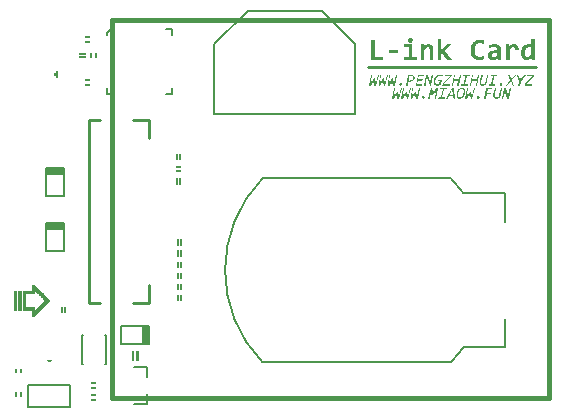
<source format=gto>
G04*
G04 #@! TF.GenerationSoftware,Altium Limited,Altium Designer,20.0.13 (296)*
G04*
G04 Layer_Color=65535*
%FSLAX25Y25*%
%MOIN*%
G70*
G01*
G75*
%ADD10C,0.00800*%
%ADD11C,0.00600*%
%ADD12C,0.00700*%
%ADD13C,0.00060*%
%ADD14C,0.00100*%
%ADD15C,0.01000*%
%ADD16C,0.01500*%
%ADD17C,0.00787*%
%ADD18C,0.00500*%
G36*
X2950Y5150D02*
Y6450D01*
X3300D01*
Y5150D01*
X2950D01*
D02*
G37*
G36*
X4850Y6450D02*
Y5150D01*
X4500Y5150D01*
Y6450D01*
X4850Y6450D01*
D02*
G37*
G36*
X29750Y3750D02*
X28450D01*
X28450Y4100D01*
X29750D01*
X29750Y3750D01*
D02*
G37*
G36*
X28450Y5650D02*
X29750D01*
Y5300D01*
X28450D01*
Y5650D01*
D02*
G37*
G36*
X29750Y7750D02*
X28450D01*
X28450Y8100D01*
X29750D01*
X29750Y7750D01*
D02*
G37*
G36*
X3050Y12950D02*
Y14250D01*
X3400D01*
Y12950D01*
X3050D01*
D02*
G37*
G36*
X4950Y14250D02*
Y12950D01*
X4600Y12950D01*
Y14250D01*
X4950Y14250D01*
D02*
G37*
G36*
X18350Y34800D02*
X18700D01*
Y33000D01*
X18350D01*
Y34800D01*
D02*
G37*
G36*
X28450Y9650D02*
X29750D01*
Y9300D01*
X28450D01*
Y9650D01*
D02*
G37*
G36*
X19650Y33000D02*
X19300D01*
Y34800D01*
X19650D01*
Y33000D01*
D02*
G37*
G36*
X58200Y48140D02*
X57850D01*
Y49940D01*
X58200D01*
Y48140D01*
D02*
G37*
G36*
X57250D02*
X56900D01*
Y49940D01*
X57250D01*
Y48140D01*
D02*
G37*
G36*
X58200Y44460D02*
X57850D01*
Y46260D01*
X58200D01*
Y44460D01*
D02*
G37*
G36*
X57250D02*
X56900D01*
Y46260D01*
X57250D01*
Y44460D01*
D02*
G37*
G36*
X58200Y40780D02*
X57850D01*
Y42580D01*
X58200D01*
Y40780D01*
D02*
G37*
G36*
X57250D02*
X56900D01*
Y42580D01*
X57250D01*
Y40780D01*
D02*
G37*
G36*
X58200Y37100D02*
X57850D01*
Y38900D01*
X58200D01*
Y37100D01*
D02*
G37*
G36*
X57250D02*
X56900D01*
Y38900D01*
X57250D01*
Y37100D01*
D02*
G37*
G36*
X47800Y22300D02*
X45800D01*
Y28500D01*
X47800D01*
Y22300D01*
D02*
G37*
G36*
X43850Y17100D02*
X43350D01*
Y20100D01*
X43850D01*
Y17100D01*
D02*
G37*
G36*
X42450D02*
X41950D01*
X41950Y20100D01*
X42450D01*
Y17100D01*
D02*
G37*
G36*
X27750Y124800D02*
X26450D01*
X26450Y125150D01*
X27750D01*
X27750Y124800D01*
D02*
G37*
G36*
X27750Y123250D02*
X26450D01*
Y123600D01*
X27750D01*
Y123250D01*
D02*
G37*
G36*
X26200Y119100D02*
X24400D01*
Y119450D01*
X26200D01*
Y119100D01*
D02*
G37*
G36*
X29850Y118150D02*
X29500Y118150D01*
Y119450D01*
X29850Y119450D01*
Y118150D01*
D02*
G37*
G36*
X28300D02*
X27950D01*
Y119450D01*
X28300D01*
Y118150D01*
D02*
G37*
G36*
X26200D02*
X24400D01*
Y118500D01*
X26200D01*
Y118150D01*
D02*
G37*
G36*
X17050Y111350D02*
X16650D01*
Y112150D01*
X15950D01*
Y112650D01*
X16650D01*
Y113450D01*
X17050D01*
Y111350D01*
D02*
G37*
G36*
X27750Y110400D02*
X26450D01*
X26450Y110750D01*
X27750D01*
X27750Y110400D01*
D02*
G37*
G36*
X27750Y108850D02*
X26450D01*
Y109200D01*
X27750D01*
Y108850D01*
D02*
G37*
G36*
X57950Y84100D02*
X57600D01*
Y85900D01*
X57950D01*
Y84100D01*
D02*
G37*
G36*
X57000D02*
X56650D01*
Y85900D01*
X57000D01*
Y84100D01*
D02*
G37*
G36*
X57950Y81500D02*
X56650D01*
Y81850D01*
X57950D01*
Y81500D01*
D02*
G37*
G36*
Y79950D02*
X56650D01*
X56650Y80300D01*
X57950D01*
X57950Y79950D01*
D02*
G37*
G36*
X19400Y79200D02*
X13200D01*
Y81200D01*
X19400D01*
Y79200D01*
D02*
G37*
G36*
X57950Y75900D02*
X57600D01*
Y77700D01*
X57950D01*
Y75900D01*
D02*
G37*
G36*
X57000D02*
X56650D01*
Y77700D01*
X57000D01*
Y75900D01*
D02*
G37*
G36*
X19400Y60700D02*
X13200D01*
Y62700D01*
X19400D01*
Y60700D01*
D02*
G37*
G36*
X58200Y55500D02*
X57850D01*
Y57300D01*
X58200D01*
Y55500D01*
D02*
G37*
G36*
X57250D02*
X56900D01*
Y57300D01*
X57250D01*
Y55500D01*
D02*
G37*
G36*
X58200Y51820D02*
X57850D01*
Y53620D01*
X58200D01*
Y51820D01*
D02*
G37*
G36*
X57250D02*
X56900D01*
Y53620D01*
X57250D01*
Y51820D01*
D02*
G37*
G36*
X144786Y112185D02*
X144855Y112180D01*
X144930Y112174D01*
X145095Y112148D01*
X145106D01*
X145133Y112143D01*
X145175Y112132D01*
X145229Y112116D01*
X145292Y112095D01*
X145362Y112073D01*
X145500Y112015D01*
X145404Y111535D01*
X145399D01*
X145388Y111546D01*
X145372Y111551D01*
X145346Y111567D01*
X145292Y111594D01*
X145223Y111626D01*
X145218D01*
X145207Y111631D01*
X145191Y111642D01*
X145170Y111652D01*
X145111Y111673D01*
X145042Y111695D01*
X145037D01*
X145026Y111700D01*
X145005Y111706D01*
X144983Y111711D01*
X144914Y111727D01*
X144839Y111743D01*
X144834D01*
X144823Y111748D01*
X144802D01*
X144775Y111753D01*
X144738D01*
X144701Y111759D01*
X144568D01*
X144514Y111753D01*
X144450Y111748D01*
X144370Y111738D01*
X144285Y111722D01*
X144200Y111700D01*
X144114Y111673D01*
X144104Y111668D01*
X144077Y111658D01*
X144035Y111636D01*
X143987Y111615D01*
X143923Y111578D01*
X143859Y111540D01*
X143789Y111492D01*
X143725Y111439D01*
X143720Y111434D01*
X143699Y111412D01*
X143667Y111386D01*
X143624Y111343D01*
X143576Y111295D01*
X143528Y111237D01*
X143475Y111172D01*
X143427Y111103D01*
X143422Y111093D01*
X143406Y111071D01*
X143384Y111034D01*
X143358Y110986D01*
X143326Y110922D01*
X143288Y110858D01*
X143256Y110783D01*
X143224Y110704D01*
X143219Y110693D01*
X143214Y110666D01*
X143198Y110624D01*
X143182Y110570D01*
X143160Y110506D01*
X143139Y110432D01*
X143123Y110352D01*
X143107Y110272D01*
Y110261D01*
X143102Y110234D01*
X143096Y110192D01*
X143091Y110138D01*
X143080Y110074D01*
X143075Y110000D01*
X143070Y109851D01*
Y109840D01*
Y109813D01*
X143075Y109776D01*
Y109728D01*
X143080Y109669D01*
X143091Y109606D01*
X143118Y109478D01*
X143123Y109472D01*
X143128Y109451D01*
X143139Y109419D01*
X143160Y109382D01*
X143208Y109296D01*
X143278Y109206D01*
X143283Y109200D01*
X143299Y109190D01*
X143320Y109168D01*
X143352Y109147D01*
X143395Y109121D01*
X143443Y109094D01*
X143496Y109067D01*
X143555Y109040D01*
X143560D01*
X143587Y109030D01*
X143619Y109025D01*
X143672Y109014D01*
X143731Y109003D01*
X143800Y108993D01*
X143875Y108987D01*
X143960Y108982D01*
X144035D01*
X144077Y108987D01*
X144088D01*
X144120Y108993D01*
X144157D01*
X144205Y108998D01*
X144216D01*
X144248Y109003D01*
X144290Y109014D01*
X144333Y109019D01*
X144338D01*
X144344Y109025D01*
X144370Y109030D01*
X144408Y109040D01*
X144445Y109051D01*
X144669Y110176D01*
X143955D01*
X144029Y110575D01*
X145229D01*
X144866Y108769D01*
X144855Y108763D01*
X144823Y108753D01*
X144775Y108731D01*
X144711Y108710D01*
X144637Y108683D01*
X144552Y108657D01*
X144456Y108630D01*
X144360Y108609D01*
X144349D01*
X144317Y108598D01*
X144264Y108593D01*
X144200Y108582D01*
X144125Y108572D01*
X144040Y108566D01*
X143864Y108555D01*
X143811D01*
X143757Y108561D01*
X143683Y108566D01*
X143597Y108572D01*
X143507Y108588D01*
X143411Y108603D01*
X143315Y108630D01*
X143304Y108635D01*
X143278Y108646D01*
X143230Y108662D01*
X143176Y108689D01*
X143112Y108721D01*
X143043Y108763D01*
X142974Y108811D01*
X142910Y108865D01*
X142905Y108870D01*
X142883Y108891D01*
X142851Y108929D01*
X142814Y108976D01*
X142777Y109035D01*
X142734Y109099D01*
X142691Y109179D01*
X142654Y109264D01*
Y109270D01*
X142649Y109275D01*
X142643Y109307D01*
X142627Y109355D01*
X142611Y109424D01*
X142595Y109504D01*
X142585Y109600D01*
X142574Y109707D01*
X142569Y109824D01*
Y109829D01*
Y109835D01*
Y109851D01*
Y109872D01*
X142574Y109931D01*
Y110000D01*
X142579Y110085D01*
X142590Y110187D01*
X142606Y110288D01*
X142622Y110394D01*
Y110400D01*
X142627Y110405D01*
Y110421D01*
X142633Y110442D01*
X142649Y110501D01*
X142665Y110570D01*
X142691Y110655D01*
X142723Y110746D01*
X142755Y110847D01*
X142798Y110943D01*
Y110949D01*
X142803Y110954D01*
X142819Y110986D01*
X142846Y111039D01*
X142883Y111103D01*
X142926Y111178D01*
X142974Y111258D01*
X143027Y111343D01*
X143091Y111428D01*
Y111434D01*
X143102Y111439D01*
X143123Y111466D01*
X143160Y111508D01*
X143208Y111562D01*
X143267Y111626D01*
X143336Y111689D01*
X143411Y111759D01*
X143496Y111823D01*
X143501D01*
X143507Y111828D01*
X143539Y111849D01*
X143581Y111881D01*
X143646Y111919D01*
X143725Y111961D01*
X143811Y112009D01*
X143907Y112052D01*
X144013Y112089D01*
X144019D01*
X144024Y112095D01*
X144040Y112100D01*
X144061Y112105D01*
X144093Y112111D01*
X144120Y112121D01*
X144200Y112143D01*
X144296Y112159D01*
X144402Y112174D01*
X144520Y112185D01*
X144642Y112190D01*
X144727D01*
X144786Y112185D01*
D02*
G37*
G36*
X168654Y110416D02*
X169464Y108604D01*
X168872D01*
X168281Y109963D01*
X167151Y108604D01*
X166533D01*
X168073Y110437D01*
X167337Y112143D01*
X167886D01*
X168446Y110879D01*
X169507Y112143D01*
X170088D01*
X168654Y110416D01*
D02*
G37*
G36*
X157034Y108604D02*
X156555D01*
X156880Y110229D01*
X155393D01*
X155068Y108604D01*
X154588D01*
X155297Y112143D01*
X155777D01*
X155478Y110645D01*
X156960D01*
X157264Y112143D01*
X157743D01*
X157034Y108604D01*
D02*
G37*
G36*
X150937D02*
X150457D01*
X150782Y110229D01*
X149295Y110229D01*
X148970Y108603D01*
X148490D01*
X149199Y112143D01*
X149679D01*
X149381Y110645D01*
X150862Y110645D01*
X151166Y112143D01*
X151646D01*
X150937Y108604D01*
D02*
G37*
G36*
X171553Y109867D02*
X171298Y108604D01*
X170812D01*
X171068Y109877D01*
X170242Y112143D01*
X170802D01*
X171244Y110847D01*
X171399Y110325D01*
X171729Y110799D01*
X172710Y112143D01*
X173291D01*
X171553Y109867D01*
D02*
G37*
G36*
X141759Y108603D02*
X141156D01*
X140570Y110810D01*
X140405Y111519D01*
X140053Y109733D01*
X139824Y108603D01*
X139376D01*
X140090Y112143D01*
X140687D01*
X141247Y110048D01*
X141439Y109238D01*
X141812Y111135D01*
X142020Y112143D01*
X142467D01*
X141759Y108603D01*
D02*
G37*
G36*
X129537D02*
X128919D01*
X128732Y109861D01*
X128695Y110266D01*
X128476Y109829D01*
X127831Y108603D01*
X127218D01*
X127682Y112143D01*
X128130D01*
X127789Y109739D01*
X127693Y109072D01*
X127975Y109632D01*
X128663Y110949D01*
X128999D01*
X129207Y109536D01*
X129281Y109072D01*
X129393Y109557D01*
X130043Y112143D01*
X130486D01*
X129537Y108603D01*
D02*
G37*
G36*
X126488D02*
X125870D01*
X125683Y109861D01*
X125646Y110266D01*
X125427Y109829D01*
X124783Y108603D01*
X124170D01*
X124633Y112143D01*
X125081D01*
X124740Y109739D01*
X124644Y109072D01*
X124926Y109632D01*
X125614Y110949D01*
X125950D01*
X126158Y109536D01*
X126232Y109072D01*
X126344Y109557D01*
X126995Y112143D01*
X127437D01*
X126488Y108603D01*
D02*
G37*
G36*
X123439D02*
X122821D01*
X122635Y109861D01*
X122597Y110266D01*
X122379Y109829D01*
X121734Y108603D01*
X121121D01*
X121585Y112143D01*
X122032D01*
X121691Y109739D01*
X121595Y109072D01*
X121878Y109632D01*
X122565Y110949D01*
X122901D01*
X123109Y109536D01*
X123184Y109072D01*
X123295Y109557D01*
X123946Y112143D01*
X124388D01*
X123439Y108603D01*
D02*
G37*
G36*
X160339Y109835D02*
Y109829D01*
Y109824D01*
X160334Y109808D01*
X160328Y109787D01*
X160312Y109728D01*
X160296Y109659D01*
X160270Y109573D01*
X160238Y109488D01*
X160200Y109392D01*
X160158Y109302D01*
X160152Y109291D01*
X160136Y109264D01*
X160110Y109216D01*
X160073Y109163D01*
X160030Y109099D01*
X159977Y109035D01*
X159918Y108966D01*
X159849Y108902D01*
X159838Y108897D01*
X159817Y108875D01*
X159779Y108843D01*
X159726Y108806D01*
X159662Y108769D01*
X159588Y108726D01*
X159508Y108683D01*
X159417Y108646D01*
X159406Y108641D01*
X159374Y108630D01*
X159326Y108619D01*
X159257Y108604D01*
X159177Y108582D01*
X159087Y108572D01*
X158985Y108561D01*
X158873Y108555D01*
X158820D01*
X158756Y108561D01*
X158681Y108566D01*
X158596Y108577D01*
X158500Y108593D01*
X158410Y108614D01*
X158324Y108641D01*
X158314Y108646D01*
X158287Y108657D01*
X158250Y108678D01*
X158202Y108705D01*
X158143Y108737D01*
X158090Y108779D01*
X158031Y108827D01*
X157983Y108881D01*
X157978Y108886D01*
X157967Y108907D01*
X157946Y108945D01*
X157919Y108987D01*
X157898Y109046D01*
X157871Y109110D01*
X157855Y109184D01*
X157839Y109264D01*
Y109275D01*
X157834Y109302D01*
Y109350D01*
Y109408D01*
Y109483D01*
X157839Y109568D01*
X157850Y109659D01*
X157866Y109760D01*
X158346Y112143D01*
X158825D01*
X158351Y109797D01*
Y109787D01*
X158346Y109760D01*
X158340Y109723D01*
X158330Y109675D01*
X158324Y109616D01*
X158319Y109552D01*
X158314Y109430D01*
Y109424D01*
Y109403D01*
X158319Y109376D01*
X158324Y109339D01*
X158346Y109254D01*
X158362Y109211D01*
X158383Y109168D01*
X158388Y109163D01*
X158394Y109152D01*
X158410Y109131D01*
X158436Y109110D01*
X158463Y109089D01*
X158495Y109062D01*
X158537Y109035D01*
X158580Y109014D01*
X158585D01*
X158607Y109003D01*
X158633Y108998D01*
X158671Y108987D01*
X158719Y108977D01*
X158777Y108971D01*
X158841Y108961D01*
X158953D01*
X158980Y108966D01*
X159012D01*
X159049Y108971D01*
X159140Y108987D01*
X159241Y109014D01*
X159342Y109051D01*
X159444Y109105D01*
X159539Y109179D01*
X159545Y109184D01*
X159550Y109190D01*
X159577Y109222D01*
X159619Y109270D01*
X159667Y109339D01*
X159721Y109430D01*
X159769Y109536D01*
X159817Y109659D01*
X159849Y109803D01*
X160323Y112143D01*
X160803D01*
X160339Y109835D01*
D02*
G37*
G36*
X175924Y111764D02*
X173589Y109051D01*
X175418D01*
X175327Y108604D01*
X172880D01*
X172950Y108961D01*
X175306Y111706D01*
X173552D01*
X173637Y112143D01*
X176004D01*
X175924Y111764D01*
D02*
G37*
G36*
X163596Y111738D02*
X162780D01*
X162236Y109014D01*
X163057D01*
X162972Y108604D01*
X160856D01*
X160936Y109014D01*
X161751D01*
X162295Y111738D01*
X161480D01*
X161560Y112143D01*
X163681D01*
X163596Y111738D01*
D02*
G37*
G36*
X154449D02*
X153634D01*
X153090Y109014D01*
X153911D01*
X153826Y108604D01*
X151710D01*
X151790Y109014D01*
X152605D01*
X153149Y111738D01*
X152333D01*
X152413Y112143D01*
X154535D01*
X154449Y111738D01*
D02*
G37*
G36*
X148485Y111764D02*
X146151Y109051D01*
X147979D01*
X147888Y108603D01*
X145442D01*
X145511Y108961D01*
X147867Y111706D01*
X146113D01*
X146198Y112143D01*
X148565D01*
X148485Y111764D01*
D02*
G37*
G36*
X139179Y111738D02*
X137649D01*
X137431Y110640D01*
X138896D01*
X138816Y110234D01*
X137345D01*
X137106Y109014D01*
X138635D01*
X138550Y108603D01*
X136541D01*
X137250Y112143D01*
X139264D01*
X139179Y111738D01*
D02*
G37*
G36*
X135197Y112137D02*
X135267Y112132D01*
X135341Y112121D01*
X135501Y112089D01*
X135512D01*
X135538Y112079D01*
X135576Y112068D01*
X135629Y112052D01*
X135682Y112031D01*
X135746Y112004D01*
X135810Y111972D01*
X135869Y111935D01*
X135874Y111929D01*
X135896Y111913D01*
X135922Y111892D01*
X135960Y111860D01*
X136002Y111823D01*
X136045Y111775D01*
X136082Y111722D01*
X136119Y111663D01*
X136125Y111658D01*
X136135Y111636D01*
X136146Y111599D01*
X136168Y111551D01*
X136183Y111492D01*
X136194Y111428D01*
X136205Y111354D01*
X136210Y111268D01*
Y111263D01*
Y111242D01*
Y111205D01*
X136205Y111162D01*
X136199Y111109D01*
X136189Y111055D01*
X136162Y110927D01*
Y110922D01*
X136152Y110901D01*
X136141Y110869D01*
X136125Y110826D01*
X136109Y110778D01*
X136082Y110725D01*
X136024Y110608D01*
X136018Y110602D01*
X136008Y110581D01*
X135986Y110549D01*
X135960Y110512D01*
X135928Y110469D01*
X135890Y110421D01*
X135842Y110368D01*
X135794Y110314D01*
X135789Y110309D01*
X135768Y110293D01*
X135741Y110266D01*
X135704Y110234D01*
X135656Y110197D01*
X135602Y110160D01*
X135538Y110117D01*
X135475Y110080D01*
X135464Y110074D01*
X135443Y110064D01*
X135405Y110048D01*
X135357Y110027D01*
X135293Y110000D01*
X135224Y109973D01*
X135149Y109947D01*
X135064Y109925D01*
X135054D01*
X135027Y109915D01*
X134979Y109909D01*
X134920Y109899D01*
X134846Y109888D01*
X134766Y109883D01*
X134670Y109872D01*
X134110D01*
X133854Y108603D01*
X133375D01*
X134083Y112143D01*
X135139D01*
X135197Y112137D01*
D02*
G37*
G36*
X165088Y109451D02*
X165147Y109440D01*
X165205Y109419D01*
X165211D01*
X165221Y109414D01*
X165253Y109392D01*
X165296Y109360D01*
X165344Y109323D01*
X165349D01*
X165355Y109312D01*
X165376Y109286D01*
X165408Y109238D01*
X165435Y109184D01*
Y109179D01*
X165440Y109168D01*
X165445Y109152D01*
X165451Y109136D01*
X165461Y109083D01*
X165466Y109019D01*
Y109014D01*
Y109003D01*
Y108982D01*
X165461Y108961D01*
X165451Y108902D01*
X165424Y108838D01*
Y108833D01*
X165419Y108822D01*
X165408Y108806D01*
X165397Y108790D01*
X165365Y108737D01*
X165323Y108689D01*
X165317D01*
X165312Y108678D01*
X165280Y108651D01*
X165232Y108619D01*
X165173Y108593D01*
X165168D01*
X165157Y108588D01*
X165141Y108582D01*
X165120Y108577D01*
X165061Y108561D01*
X164997Y108555D01*
X164965D01*
X164939Y108561D01*
X164885Y108572D01*
X164822Y108593D01*
X164816D01*
X164811Y108598D01*
X164779Y108614D01*
X164736Y108646D01*
X164688Y108683D01*
Y108689D01*
X164678Y108694D01*
X164656Y108721D01*
X164624Y108763D01*
X164598Y108817D01*
Y108822D01*
X164592Y108833D01*
X164587Y108849D01*
X164582Y108870D01*
X164571Y108918D01*
X164566Y108982D01*
Y108987D01*
Y108998D01*
Y109019D01*
X164571Y109046D01*
X164582Y109105D01*
X164603Y109168D01*
Y109174D01*
X164608Y109184D01*
X164619Y109200D01*
X164630Y109222D01*
X164662Y109270D01*
X164704Y109318D01*
X164710Y109323D01*
X164715Y109328D01*
X164747Y109355D01*
X164795Y109387D01*
X164854Y109419D01*
X164859D01*
X164869Y109424D01*
X164885Y109430D01*
X164907Y109440D01*
X164965Y109451D01*
X165029Y109456D01*
X165067D01*
X165088Y109451D01*
D02*
G37*
G36*
X131552Y109451D02*
X131610Y109440D01*
X131669Y109419D01*
X131674D01*
X131685Y109414D01*
X131717Y109392D01*
X131760Y109360D01*
X131807Y109323D01*
X131813D01*
X131818Y109312D01*
X131840Y109286D01*
X131871Y109238D01*
X131898Y109184D01*
Y109179D01*
X131904Y109168D01*
X131909Y109152D01*
X131914Y109136D01*
X131925Y109083D01*
X131930Y109019D01*
Y109014D01*
Y109003D01*
Y108982D01*
X131925Y108961D01*
X131914Y108902D01*
X131887Y108838D01*
Y108833D01*
X131882Y108822D01*
X131871Y108806D01*
X131861Y108790D01*
X131829Y108737D01*
X131786Y108689D01*
X131781D01*
X131775Y108678D01*
X131744Y108651D01*
X131696Y108619D01*
X131637Y108593D01*
X131632D01*
X131621Y108588D01*
X131605Y108582D01*
X131584Y108577D01*
X131525Y108561D01*
X131461Y108555D01*
X131429D01*
X131402Y108561D01*
X131349Y108572D01*
X131285Y108593D01*
X131280D01*
X131274Y108598D01*
X131243Y108614D01*
X131200Y108646D01*
X131152Y108683D01*
Y108689D01*
X131141Y108694D01*
X131120Y108721D01*
X131088Y108763D01*
X131061Y108817D01*
Y108822D01*
X131056Y108833D01*
X131051Y108849D01*
X131045Y108870D01*
X131035Y108918D01*
X131029Y108982D01*
Y108987D01*
Y108998D01*
Y109019D01*
X131035Y109046D01*
X131045Y109105D01*
X131067Y109168D01*
Y109174D01*
X131072Y109184D01*
X131083Y109200D01*
X131093Y109222D01*
X131125Y109270D01*
X131168Y109318D01*
X131173Y109323D01*
X131179Y109328D01*
X131211Y109355D01*
X131258Y109387D01*
X131317Y109419D01*
X131323D01*
X131333Y109424D01*
X131349Y109430D01*
X131370Y109440D01*
X131429Y109451D01*
X131493Y109456D01*
X131530D01*
X131552Y109451D01*
D02*
G37*
G36*
X143485Y104261D02*
X143011D01*
X143384Y106462D01*
X143523Y107309D01*
X143256Y106819D01*
X142457Y105412D01*
X142121D01*
X141892Y106766D01*
X141839Y107309D01*
X141647Y106430D01*
X141156Y104261D01*
X140703D01*
X141583Y107800D01*
X142132D01*
X142340Y106462D01*
X142398Y106009D01*
X142643Y106462D01*
X143411Y107800D01*
X144024D01*
X143485Y104261D01*
D02*
G37*
G36*
X167673Y104261D02*
X167071D01*
X166484Y106467D01*
X166319Y107176D01*
X165968Y105391D01*
X165738Y104261D01*
X165291D01*
X166005Y107800D01*
X166602D01*
X167161Y105705D01*
X167353Y104895D01*
X167726Y106792D01*
X167934Y107800D01*
X168382D01*
X167673Y104261D01*
D02*
G37*
G36*
X155451D02*
X154833D01*
X154647Y105518D01*
X154609Y105923D01*
X154391Y105487D01*
X153746Y104261D01*
X153133D01*
X153597Y107800D01*
X154044D01*
X153703Y105396D01*
X153607Y104730D01*
X153890Y105289D01*
X154577Y106606D01*
X154913D01*
X155121Y105193D01*
X155196Y104730D01*
X155307Y105215D01*
X155958Y107800D01*
X156400D01*
X155451Y104261D01*
D02*
G37*
G36*
X137159Y104261D02*
X136541D01*
X136354Y105518D01*
X136317Y105923D01*
X136098Y105487D01*
X135453Y104261D01*
X134840D01*
X135304Y107800D01*
X135752D01*
X135411Y105396D01*
X135315Y104730D01*
X135597Y105289D01*
X136285Y106606D01*
X136620D01*
X136828Y105193D01*
X136903Y104730D01*
X137015Y105215D01*
X137665Y107800D01*
X138108D01*
X137159Y104261D01*
D02*
G37*
G36*
X134110D02*
X133492D01*
X133305Y105518D01*
X133268Y105923D01*
X133049Y105487D01*
X132404Y104261D01*
X131791D01*
X132255Y107800D01*
X132703D01*
X132362Y105396D01*
X132266Y104730D01*
X132548Y105289D01*
X133236Y106606D01*
X133572D01*
X133780Y105193D01*
X133854Y104730D01*
X133966Y105215D01*
X134616Y107800D01*
X135059D01*
X134110Y104261D01*
D02*
G37*
G36*
X131061D02*
X130443D01*
X130256Y105518D01*
X130219Y105923D01*
X130001Y105487D01*
X129356Y104261D01*
X128743D01*
X129207Y107800D01*
X129654D01*
X129313Y105396D01*
X129217Y104730D01*
X129500Y105289D01*
X130187Y106606D01*
X130523D01*
X130731Y105193D01*
X130806Y104730D01*
X130917Y105215D01*
X131568Y107800D01*
X132010D01*
X131061Y104261D01*
D02*
G37*
G36*
X164912Y105492D02*
Y105487D01*
Y105481D01*
X164907Y105465D01*
X164901Y105444D01*
X164885Y105385D01*
X164869Y105316D01*
X164843Y105231D01*
X164811Y105145D01*
X164774Y105049D01*
X164731Y104959D01*
X164726Y104948D01*
X164710Y104921D01*
X164683Y104874D01*
X164646Y104820D01*
X164603Y104756D01*
X164550Y104692D01*
X164491Y104623D01*
X164422Y104559D01*
X164411Y104554D01*
X164390Y104532D01*
X164353Y104500D01*
X164299Y104463D01*
X164235Y104426D01*
X164161Y104383D01*
X164081Y104341D01*
X163990Y104303D01*
X163979Y104298D01*
X163947Y104287D01*
X163900Y104277D01*
X163830Y104261D01*
X163750Y104239D01*
X163660Y104229D01*
X163558Y104218D01*
X163446Y104213D01*
X163393D01*
X163329Y104218D01*
X163254Y104223D01*
X163169Y104234D01*
X163073Y104250D01*
X162983Y104271D01*
X162897Y104298D01*
X162887Y104303D01*
X162860Y104314D01*
X162823Y104335D01*
X162775Y104362D01*
X162716Y104394D01*
X162663Y104437D01*
X162604Y104484D01*
X162556Y104538D01*
X162551Y104543D01*
X162540Y104564D01*
X162519Y104602D01*
X162492Y104644D01*
X162471Y104703D01*
X162444Y104767D01*
X162428Y104842D01*
X162412Y104921D01*
Y104932D01*
X162407Y104959D01*
Y105007D01*
Y105065D01*
Y105140D01*
X162412Y105225D01*
X162423Y105316D01*
X162439Y105417D01*
X162919Y107800D01*
X163398D01*
X162924Y105455D01*
Y105444D01*
X162919Y105417D01*
X162913Y105380D01*
X162903Y105332D01*
X162897Y105273D01*
X162892Y105209D01*
X162887Y105087D01*
Y105081D01*
Y105060D01*
X162892Y105033D01*
X162897Y104996D01*
X162919Y104911D01*
X162935Y104868D01*
X162956Y104826D01*
X162961Y104820D01*
X162967Y104810D01*
X162983Y104788D01*
X163009Y104767D01*
X163036Y104746D01*
X163068Y104719D01*
X163111Y104692D01*
X163153Y104671D01*
X163159D01*
X163180Y104660D01*
X163207Y104655D01*
X163244Y104644D01*
X163292Y104634D01*
X163350Y104628D01*
X163414Y104618D01*
X163526D01*
X163553Y104623D01*
X163585D01*
X163622Y104628D01*
X163713Y104644D01*
X163814Y104671D01*
X163915Y104708D01*
X164017Y104762D01*
X164113Y104836D01*
X164118Y104842D01*
X164123Y104847D01*
X164150Y104879D01*
X164193Y104927D01*
X164241Y104996D01*
X164294Y105087D01*
X164342Y105193D01*
X164390Y105316D01*
X164422Y105460D01*
X164896Y107800D01*
X165376D01*
X164912Y105492D01*
D02*
G37*
G36*
X162039Y107389D02*
X160531D01*
X160302Y106243D01*
X161730D01*
X161650Y105838D01*
X160222D01*
X159907Y104261D01*
X159417D01*
X160126Y107800D01*
X162125D01*
X162039Y107389D01*
D02*
G37*
G36*
X149690Y104261D02*
X149178D01*
X149087Y105033D01*
X147611D01*
X147206Y104261D01*
X146694D01*
X148576Y107800D01*
X149237D01*
X149690Y104261D01*
D02*
G37*
G36*
X146827Y107395D02*
X146012D01*
X145468Y104671D01*
X146289D01*
X146204Y104261D01*
X144088D01*
X144168Y104671D01*
X144983D01*
X145527Y107395D01*
X144711D01*
X144791Y107800D01*
X146913D01*
X146827Y107395D01*
D02*
G37*
G36*
X157466Y105108D02*
X157525Y105097D01*
X157583Y105076D01*
X157589D01*
X157599Y105071D01*
X157631Y105049D01*
X157674Y105017D01*
X157722Y104980D01*
X157727D01*
X157733Y104970D01*
X157754Y104943D01*
X157786Y104895D01*
X157813Y104842D01*
Y104836D01*
X157818Y104826D01*
X157823Y104810D01*
X157829Y104794D01*
X157839Y104740D01*
X157845Y104676D01*
Y104671D01*
Y104660D01*
Y104639D01*
X157839Y104618D01*
X157829Y104559D01*
X157802Y104495D01*
Y104490D01*
X157797Y104479D01*
X157786Y104463D01*
X157775Y104447D01*
X157743Y104394D01*
X157701Y104346D01*
X157695D01*
X157690Y104335D01*
X157658Y104308D01*
X157610Y104277D01*
X157551Y104250D01*
X157546D01*
X157535Y104245D01*
X157519Y104239D01*
X157498Y104234D01*
X157439Y104218D01*
X157376Y104213D01*
X157344D01*
X157317Y104218D01*
X157264Y104229D01*
X157200Y104250D01*
X157194D01*
X157189Y104255D01*
X157157Y104271D01*
X157114Y104303D01*
X157066Y104341D01*
Y104346D01*
X157056Y104351D01*
X157034Y104378D01*
X157002Y104420D01*
X156976Y104474D01*
Y104479D01*
X156971Y104490D01*
X156965Y104506D01*
X156960Y104527D01*
X156949Y104575D01*
X156944Y104639D01*
Y104644D01*
Y104655D01*
Y104676D01*
X156949Y104703D01*
X156960Y104762D01*
X156981Y104826D01*
Y104831D01*
X156986Y104842D01*
X156997Y104858D01*
X157008Y104879D01*
X157040Y104927D01*
X157082Y104975D01*
X157088Y104980D01*
X157093Y104985D01*
X157125Y105012D01*
X157173Y105044D01*
X157232Y105076D01*
X157237D01*
X157248Y105081D01*
X157264Y105087D01*
X157285Y105097D01*
X157344Y105108D01*
X157407Y105113D01*
X157445D01*
X157466Y105108D01*
D02*
G37*
G36*
X152040Y107842D02*
X152083Y107837D01*
X152136Y107832D01*
X152189Y107821D01*
X152253Y107810D01*
X152387Y107773D01*
X152451Y107746D01*
X152520Y107714D01*
X152584Y107677D01*
X152648Y107640D01*
X152706Y107587D01*
X152760Y107533D01*
X152765Y107528D01*
X152770Y107517D01*
X152786Y107501D01*
X152802Y107475D01*
X152824Y107443D01*
X152845Y107405D01*
X152872Y107357D01*
X152898Y107309D01*
X152920Y107251D01*
X152946Y107181D01*
X152968Y107112D01*
X152989Y107032D01*
X153005Y106947D01*
X153021Y106856D01*
X153026Y106760D01*
X153032Y106654D01*
Y106648D01*
Y106643D01*
Y106627D01*
Y106606D01*
Y106553D01*
X153026Y106483D01*
X153021Y106398D01*
X153010Y106302D01*
X152994Y106201D01*
X152978Y106094D01*
Y106089D01*
Y106083D01*
X152973Y106068D01*
X152968Y106046D01*
X152957Y105988D01*
X152941Y105918D01*
X152920Y105833D01*
X152893Y105737D01*
X152866Y105636D01*
X152829Y105534D01*
Y105529D01*
X152824Y105524D01*
X152818Y105508D01*
X152813Y105487D01*
X152792Y105433D01*
X152765Y105369D01*
X152728Y105289D01*
X152685Y105204D01*
X152637Y105108D01*
X152584Y105017D01*
X152578Y105007D01*
X152557Y104975D01*
X152525Y104932D01*
X152488Y104874D01*
X152435Y104810D01*
X152376Y104740D01*
X152312Y104666D01*
X152237Y104596D01*
X152227Y104591D01*
X152205Y104570D01*
X152163Y104538D01*
X152110Y104495D01*
X152040Y104453D01*
X151966Y104404D01*
X151880Y104357D01*
X151790Y104314D01*
X151784D01*
X151779Y104308D01*
X151747Y104298D01*
X151694Y104282D01*
X151625Y104266D01*
X151544Y104245D01*
X151449Y104229D01*
X151347Y104218D01*
X151235Y104213D01*
X151182D01*
X151145Y104218D01*
X151102Y104223D01*
X151049Y104229D01*
X150996Y104239D01*
X150932Y104250D01*
X150804Y104287D01*
X150734Y104314D01*
X150665Y104346D01*
X150601Y104378D01*
X150537Y104420D01*
X150478Y104469D01*
X150425Y104522D01*
X150420Y104527D01*
X150415Y104538D01*
X150399Y104554D01*
X150383Y104580D01*
X150361Y104612D01*
X150340Y104650D01*
X150319Y104698D01*
X150292Y104746D01*
X150265Y104804D01*
X150244Y104874D01*
X150223Y104943D01*
X150201Y105023D01*
X150185Y105108D01*
X150169Y105199D01*
X150164Y105300D01*
X150159Y105401D01*
Y105406D01*
Y105412D01*
Y105428D01*
Y105449D01*
X150164Y105502D01*
Y105572D01*
X150169Y105657D01*
X150180Y105753D01*
X150191Y105854D01*
X150207Y105961D01*
Y105966D01*
Y105972D01*
X150212Y105988D01*
X150217Y106009D01*
X150228Y106068D01*
X150244Y106137D01*
X150265Y106222D01*
X150287Y106318D01*
X150319Y106419D01*
X150351Y106520D01*
Y106526D01*
X150356Y106531D01*
X150361Y106547D01*
X150367Y106569D01*
X150393Y106622D01*
X150420Y106686D01*
X150457Y106766D01*
X150500Y106851D01*
X150548Y106942D01*
X150601Y107032D01*
Y107037D01*
X150606Y107043D01*
X150628Y107075D01*
X150660Y107117D01*
X150702Y107176D01*
X150750Y107240D01*
X150809Y107309D01*
X150878Y107384D01*
X150948Y107453D01*
X150958Y107464D01*
X150985Y107485D01*
X151022Y107517D01*
X151075Y107560D01*
X151145Y107603D01*
X151219Y107650D01*
X151305Y107698D01*
X151395Y107741D01*
X151401D01*
X151406Y107746D01*
X151438Y107757D01*
X151491Y107773D01*
X151560Y107794D01*
X151640Y107816D01*
X151736Y107832D01*
X151838Y107842D01*
X151950Y107848D01*
X152003D01*
X152040Y107842D01*
D02*
G37*
G36*
X139174Y105108D02*
X139232Y105097D01*
X139291Y105076D01*
X139296D01*
X139307Y105071D01*
X139339Y105049D01*
X139381Y105017D01*
X139429Y104980D01*
X139435D01*
X139440Y104970D01*
X139461Y104943D01*
X139493Y104895D01*
X139520Y104841D01*
Y104836D01*
X139525Y104825D01*
X139531Y104810D01*
X139536Y104794D01*
X139547Y104740D01*
X139552Y104676D01*
Y104671D01*
Y104660D01*
Y104639D01*
X139547Y104618D01*
X139536Y104559D01*
X139509Y104495D01*
Y104490D01*
X139504Y104479D01*
X139493Y104463D01*
X139483Y104447D01*
X139451Y104394D01*
X139408Y104346D01*
X139403D01*
X139397Y104335D01*
X139365Y104308D01*
X139318Y104277D01*
X139259Y104250D01*
X139253D01*
X139243Y104245D01*
X139227Y104239D01*
X139206Y104234D01*
X139147Y104218D01*
X139083Y104213D01*
X139051D01*
X139024Y104218D01*
X138971Y104229D01*
X138907Y104250D01*
X138902D01*
X138896Y104255D01*
X138864Y104271D01*
X138822Y104303D01*
X138774Y104341D01*
Y104346D01*
X138763Y104351D01*
X138742Y104378D01*
X138710Y104420D01*
X138683Y104474D01*
Y104479D01*
X138678Y104490D01*
X138673Y104506D01*
X138667Y104527D01*
X138657Y104575D01*
X138651Y104639D01*
Y104644D01*
Y104655D01*
Y104676D01*
X138657Y104703D01*
X138667Y104762D01*
X138689Y104825D01*
Y104831D01*
X138694Y104841D01*
X138705Y104858D01*
X138715Y104879D01*
X138747Y104927D01*
X138790Y104975D01*
X138795Y104980D01*
X138801Y104985D01*
X138832Y105012D01*
X138880Y105044D01*
X138939Y105076D01*
X138944D01*
X138955Y105081D01*
X138971Y105087D01*
X138992Y105097D01*
X139051Y105108D01*
X139115Y105113D01*
X139152D01*
X139174Y105108D01*
D02*
G37*
G36*
X134868Y124459D02*
X134967Y124440D01*
X135075Y124400D01*
X135085D01*
X135104Y124390D01*
X135163Y124361D01*
X135242Y124302D01*
X135331Y124223D01*
X135341D01*
X135351Y124203D01*
X135390Y124154D01*
X135449Y124065D01*
X135498Y123967D01*
Y123957D01*
X135508Y123947D01*
X135518Y123918D01*
X135538Y123878D01*
X135557Y123780D01*
X135567Y123662D01*
Y123652D01*
Y123632D01*
Y123602D01*
X135557Y123563D01*
X135538Y123455D01*
X135498Y123346D01*
Y123337D01*
X135488Y123327D01*
X135459Y123268D01*
X135400Y123189D01*
X135331Y123100D01*
X135311Y123080D01*
X135262Y123041D01*
X135173Y122982D01*
X135075Y122933D01*
X135065D01*
X135055Y122923D01*
X135026Y122913D01*
X134986Y122903D01*
X134888Y122883D01*
X134769Y122874D01*
X134710D01*
X134661Y122883D01*
X134563Y122903D01*
X134444Y122933D01*
X134434D01*
X134425Y122943D01*
X134366Y122972D01*
X134287Y123031D01*
X134198Y123100D01*
Y123110D01*
X134178Y123120D01*
X134139Y123169D01*
X134080Y123248D01*
X134031Y123346D01*
Y123356D01*
X134021Y123376D01*
X134011Y123406D01*
X134001Y123445D01*
X133981Y123543D01*
X133972Y123662D01*
Y123671D01*
Y123691D01*
Y123721D01*
X133981Y123760D01*
X134001Y123859D01*
X134031Y123967D01*
Y123977D01*
X134041Y123996D01*
X134070Y124056D01*
X134129Y124134D01*
X134198Y124223D01*
X134208Y124233D01*
X134218Y124243D01*
X134267Y124292D01*
X134346Y124351D01*
X134444Y124400D01*
X134454D01*
X134474Y124410D01*
X134503Y124420D01*
X134543Y124440D01*
X134641Y124459D01*
X134769Y124469D01*
X134828D01*
X134868Y124459D01*
D02*
G37*
G36*
X158114Y123819D02*
X158262Y123809D01*
X158331D01*
X158380Y123800D01*
X158508Y123790D01*
X158646Y123770D01*
X158675D01*
X158715Y123760D01*
X158764Y123750D01*
X158892Y123731D01*
X159030Y123701D01*
X159040D01*
X159069Y123691D01*
X159109Y123681D01*
X159158Y123671D01*
X159217Y123662D01*
X159286Y123642D01*
X159444Y123593D01*
Y122371D01*
X159424Y122381D01*
X159375Y122401D01*
X159286Y122440D01*
X159178Y122480D01*
X159050Y122529D01*
X158912Y122578D01*
X158774Y122617D01*
X158626Y122657D01*
X158606D01*
X158557Y122667D01*
X158488Y122687D01*
X158400Y122706D01*
X158291Y122716D01*
X158173Y122736D01*
X157927Y122746D01*
X157848D01*
X157759Y122736D01*
X157651Y122726D01*
X157533Y122706D01*
X157395Y122667D01*
X157257Y122627D01*
X157129Y122568D01*
X157119Y122558D01*
X157080Y122539D01*
X157011Y122499D01*
X156942Y122450D01*
X156853Y122381D01*
X156764Y122302D01*
X156676Y122204D01*
X156587Y122096D01*
X156577Y122086D01*
X156558Y122046D01*
X156518Y121977D01*
X156469Y121898D01*
X156420Y121790D01*
X156370Y121672D01*
X156321Y121534D01*
X156282Y121376D01*
Y121357D01*
X156262Y121308D01*
X156252Y121219D01*
X156233Y121110D01*
X156213Y120973D01*
X156203Y120815D01*
X156183Y120648D01*
Y120460D01*
Y120450D01*
Y120441D01*
Y120411D01*
Y120372D01*
X156193Y120273D01*
Y120145D01*
X156203Y119997D01*
X156223Y119830D01*
X156252Y119672D01*
X156282Y119505D01*
X156292Y119485D01*
X156301Y119436D01*
X156321Y119357D01*
X156361Y119259D01*
X156400Y119150D01*
X156459Y119032D01*
X156518Y118914D01*
X156597Y118806D01*
X156607Y118796D01*
X156636Y118756D01*
X156686Y118707D01*
X156745Y118648D01*
X156824Y118569D01*
X156922Y118500D01*
X157030Y118431D01*
X157149Y118362D01*
X157168Y118352D01*
X157208Y118343D01*
X157277Y118313D01*
X157375Y118293D01*
X157493Y118264D01*
X157631Y118234D01*
X157779Y118224D01*
X157947Y118215D01*
X158055D01*
X158163Y118224D01*
X158301Y118244D01*
X158311D01*
X158331Y118254D01*
X158370D01*
X158429Y118264D01*
X158547Y118293D01*
X158695Y118323D01*
X158705D01*
X158725Y118333D01*
X158764Y118343D01*
X158813Y118362D01*
X158941Y118402D01*
X159079Y118451D01*
X159089D01*
X159109Y118461D01*
X159148Y118481D01*
X159197Y118500D01*
X159316Y118550D01*
X159444Y118609D01*
Y117456D01*
X159424Y117446D01*
X159365Y117427D01*
X159286Y117397D01*
X159168Y117358D01*
X159040Y117318D01*
X158902Y117269D01*
X158597Y117200D01*
X158577D01*
X158528Y117190D01*
X158449Y117171D01*
X158341Y117161D01*
X158212Y117141D01*
X158065Y117121D01*
X157917Y117111D01*
X157631D01*
X157572Y117121D01*
X157493D01*
X157326Y117141D01*
X157129Y117161D01*
X156922Y117200D01*
X156705Y117249D01*
X156499Y117318D01*
X156489D01*
X156479Y117328D01*
X156449Y117338D01*
X156410Y117358D01*
X156311Y117407D01*
X156183Y117476D01*
X156036Y117555D01*
X155888Y117663D01*
X155730Y117791D01*
X155582Y117929D01*
X155563Y117949D01*
X155523Y118008D01*
X155454Y118096D01*
X155376Y118215D01*
X155287Y118362D01*
X155189Y118530D01*
X155100Y118727D01*
X155021Y118944D01*
Y118953D01*
X155011Y118973D01*
X155001Y119003D01*
X154991Y119052D01*
X154982Y119111D01*
X154962Y119180D01*
X154942Y119259D01*
X154932Y119347D01*
X154893Y119554D01*
X154863Y119800D01*
X154844Y120066D01*
X154834Y120362D01*
Y120372D01*
Y120401D01*
Y120441D01*
Y120500D01*
X154844Y120569D01*
Y120657D01*
X154854Y120756D01*
X154863Y120854D01*
X154883Y121081D01*
X154923Y121327D01*
X154972Y121583D01*
X155041Y121829D01*
Y121839D01*
X155051Y121859D01*
X155060Y121889D01*
X155080Y121938D01*
X155100Y121987D01*
X155129Y122056D01*
X155189Y122204D01*
X155277Y122371D01*
X155376Y122558D01*
X155494Y122736D01*
X155632Y122913D01*
Y122923D01*
X155651Y122933D01*
X155701Y122982D01*
X155789Y123071D01*
X155898Y123169D01*
X156036Y123277D01*
X156203Y123386D01*
X156380Y123494D01*
X156587Y123593D01*
X156597D01*
X156617Y123602D01*
X156646Y123612D01*
X156686Y123632D01*
X156735Y123652D01*
X156804Y123671D01*
X156952Y123711D01*
X157139Y123750D01*
X157355Y123790D01*
X157582Y123819D01*
X157838Y123829D01*
X157976D01*
X158114Y123819D01*
D02*
G37*
G36*
X176277Y117200D02*
X175214D01*
X175184Y117949D01*
X175174Y117939D01*
X175154Y117919D01*
X175125Y117880D01*
X175085Y117830D01*
X174977Y117712D01*
X174849Y117584D01*
X174839Y117574D01*
X174820Y117555D01*
X174790Y117525D01*
X174741Y117496D01*
X174623Y117397D01*
X174485Y117308D01*
X174475D01*
X174455Y117289D01*
X174416Y117269D01*
X174366Y117249D01*
X174297Y117220D01*
X174229Y117190D01*
X174071Y117141D01*
X174061D01*
X174031Y117131D01*
X173992Y117121D01*
X173933Y117111D01*
X173854Y117102D01*
X173775Y117092D01*
X173578Y117082D01*
X173500D01*
X173421Y117092D01*
X173312Y117102D01*
X173184Y117121D01*
X173047Y117161D01*
X172909Y117200D01*
X172771Y117259D01*
X172751Y117269D01*
X172712Y117289D01*
X172652Y117338D01*
X172574Y117387D01*
X172475Y117466D01*
X172377Y117555D01*
X172278Y117653D01*
X172190Y117771D01*
X172180Y117791D01*
X172150Y117830D01*
X172111Y117899D01*
X172052Y117998D01*
X171993Y118116D01*
X171933Y118254D01*
X171874Y118412D01*
X171825Y118579D01*
Y118589D01*
Y118599D01*
X171815Y118628D01*
X171805Y118658D01*
X171786Y118756D01*
X171766Y118894D01*
X171746Y119042D01*
X171727Y119229D01*
X171717Y119426D01*
X171707Y119643D01*
Y119653D01*
Y119672D01*
Y119712D01*
Y119761D01*
X171717Y119820D01*
Y119889D01*
X171737Y120056D01*
X171756Y120244D01*
X171786Y120450D01*
X171835Y120657D01*
X171904Y120854D01*
Y120864D01*
X171914Y120874D01*
X171924Y120904D01*
X171943Y120943D01*
X171983Y121032D01*
X172042Y121150D01*
X172121Y121288D01*
X172219Y121426D01*
X172327Y121573D01*
X172446Y121702D01*
X172465Y121721D01*
X172505Y121761D01*
X172584Y121820D01*
X172682Y121889D01*
X172800Y121967D01*
X172948Y122056D01*
X173106Y122135D01*
X173273Y122204D01*
X173283D01*
X173293Y122214D01*
X173322Y122223D01*
X173362Y122233D01*
X173460Y122253D01*
X173588Y122292D01*
X173746Y122322D01*
X173923Y122342D01*
X174120Y122361D01*
X174327Y122371D01*
X174445D01*
X174563Y122361D01*
X174701Y122342D01*
X174731D01*
X174770Y122332D01*
X174820Y122322D01*
X174938Y122302D01*
X175056Y122273D01*
Y124272D01*
X176277D01*
Y117200D01*
D02*
G37*
G36*
X169441Y122381D02*
X169530Y122371D01*
X169638Y122361D01*
X169757Y122332D01*
X169865Y122302D01*
X169983Y122253D01*
X169993Y122243D01*
X170032Y122233D01*
X170092Y122194D01*
X170160Y122155D01*
X170229Y122105D01*
X170318Y122036D01*
X170397Y121958D01*
X170476Y121859D01*
X170485Y121849D01*
X170505Y121810D01*
X170545Y121761D01*
X170594Y121682D01*
X170643Y121583D01*
X170692Y121475D01*
X170742Y121347D01*
X170781Y121209D01*
Y121189D01*
X170801Y121140D01*
X170811Y121061D01*
X170830Y120953D01*
X170850Y120815D01*
X170860Y120657D01*
X170870Y120490D01*
Y120303D01*
X169648D01*
Y120313D01*
Y120352D01*
Y120401D01*
Y120470D01*
X169638Y120618D01*
X169619Y120776D01*
Y120785D01*
X169609Y120815D01*
X169599Y120844D01*
X169589Y120894D01*
X169550Y121002D01*
X169491Y121110D01*
Y121120D01*
X169481Y121130D01*
X169441Y121179D01*
X169372Y121248D01*
X169294Y121298D01*
X169284D01*
X169274Y121308D01*
X169215Y121337D01*
X169126Y121357D01*
X169018Y121367D01*
X168969D01*
X168919Y121357D01*
X168851Y121337D01*
X168762Y121308D01*
X168673Y121268D01*
X168565Y121219D01*
X168456Y121140D01*
X168447Y121130D01*
X168407Y121101D01*
X168348Y121042D01*
X168269Y120963D01*
X168181Y120864D01*
X168072Y120736D01*
X167964Y120588D01*
X167836Y120411D01*
Y117200D01*
X166585D01*
Y122283D01*
X167688D01*
X167727Y121534D01*
X167737Y121544D01*
X167747Y121564D01*
X167777Y121603D01*
X167816Y121652D01*
X167905Y121761D01*
X168013Y121879D01*
X168023Y121889D01*
X168043Y121908D01*
X168072Y121938D01*
X168112Y121967D01*
X168230Y122056D01*
X168358Y122145D01*
X168368Y122155D01*
X168397Y122164D01*
X168437Y122184D01*
X168486Y122214D01*
X168555Y122243D01*
X168624Y122273D01*
X168791Y122322D01*
X168801D01*
X168831Y122332D01*
X168880Y122342D01*
X168949Y122361D01*
X169018Y122371D01*
X169106Y122381D01*
X169304Y122391D01*
X169372D01*
X169441Y122381D01*
D02*
G37*
G36*
X141044Y122381D02*
X141142Y122371D01*
X141241Y122361D01*
X141359Y122342D01*
X141477Y122302D01*
X141586Y122263D01*
X141595Y122253D01*
X141635Y122243D01*
X141694Y122214D01*
X141763Y122174D01*
X141832Y122115D01*
X141921Y122056D01*
X141999Y121987D01*
X142078Y121898D01*
X142088Y121889D01*
X142108Y121859D01*
X142147Y121810D01*
X142186Y121741D01*
X142236Y121662D01*
X142285Y121564D01*
X142334Y121455D01*
X142374Y121337D01*
Y121327D01*
X142393Y121278D01*
X142403Y121209D01*
X142423Y121120D01*
X142443Y121012D01*
X142452Y120894D01*
X142472Y120756D01*
Y120608D01*
Y117200D01*
X141251D01*
Y120510D01*
Y120519D01*
Y120549D01*
Y120588D01*
X141241Y120638D01*
X141221Y120775D01*
X141172Y120933D01*
X141093Y121081D01*
X141044Y121150D01*
X140985Y121219D01*
X140916Y121268D01*
X140827Y121307D01*
X140729Y121337D01*
X140620Y121347D01*
X140571D01*
X140512Y121337D01*
X140433Y121317D01*
X140345Y121288D01*
X140246Y121239D01*
X140138Y121179D01*
X140029Y121091D01*
X140020Y121081D01*
X139980Y121042D01*
X139921Y120992D01*
X139852Y120913D01*
X139763Y120815D01*
X139665Y120697D01*
X139557Y120569D01*
X139438Y120411D01*
Y117200D01*
X138217D01*
Y122283D01*
X139271D01*
X139301Y121524D01*
X139310Y121534D01*
X139330Y121554D01*
X139359Y121593D01*
X139399Y121642D01*
X139507Y121760D01*
X139626Y121879D01*
X139635Y121889D01*
X139655Y121908D01*
X139685Y121938D01*
X139734Y121977D01*
X139842Y122066D01*
X139980Y122154D01*
X139990Y122164D01*
X140020Y122174D01*
X140059Y122194D01*
X140108Y122214D01*
X140167Y122243D01*
X140246Y122273D01*
X140404Y122322D01*
X140413D01*
X140443Y122332D01*
X140492Y122342D01*
X140551Y122361D01*
X140630Y122371D01*
X140709Y122381D01*
X140906Y122391D01*
X140975D01*
X141044Y122381D01*
D02*
G37*
G36*
X130623Y119377D02*
X127510D01*
Y120460D01*
X130623D01*
Y119377D01*
D02*
G37*
G36*
X163019Y122381D02*
X163157D01*
X163305Y122361D01*
X163462Y122342D01*
X163630Y122322D01*
X163788Y122283D01*
X163807D01*
X163856Y122263D01*
X163935Y122233D01*
X164024Y122204D01*
X164132Y122155D01*
X164241Y122096D01*
X164359Y122036D01*
X164457Y121958D01*
X164467Y121948D01*
X164497Y121918D01*
X164546Y121869D01*
X164605Y121810D01*
X164674Y121731D01*
X164733Y121642D01*
X164802Y121534D01*
X164851Y121416D01*
X164861Y121406D01*
X164871Y121357D01*
X164891Y121298D01*
X164920Y121209D01*
X164940Y121091D01*
X164960Y120963D01*
X164970Y120825D01*
X164979Y120667D01*
Y117200D01*
X163926D01*
X163896Y117860D01*
X163886Y117850D01*
X163866Y117830D01*
X163837Y117801D01*
X163797Y117762D01*
X163689Y117653D01*
X163561Y117545D01*
X163551Y117535D01*
X163531Y117525D01*
X163492Y117496D01*
X163443Y117466D01*
X163325Y117387D01*
X163177Y117298D01*
X163167D01*
X163137Y117279D01*
X163098Y117269D01*
X163039Y117239D01*
X162970Y117220D01*
X162891Y117190D01*
X162714Y117141D01*
X162704D01*
X162674Y117131D01*
X162625Y117121D01*
X162556Y117111D01*
X162478Y117102D01*
X162389Y117092D01*
X162182Y117082D01*
X162113D01*
X162044Y117092D01*
X161946Y117102D01*
X161837Y117111D01*
X161729Y117131D01*
X161611Y117161D01*
X161493Y117200D01*
X161483Y117210D01*
X161443Y117220D01*
X161384Y117249D01*
X161315Y117279D01*
X161158Y117377D01*
X160990Y117505D01*
X160980Y117515D01*
X160961Y117545D01*
X160921Y117584D01*
X160882Y117643D01*
X160833Y117712D01*
X160783Y117801D01*
X160734Y117899D01*
X160695Y117998D01*
Y118008D01*
X160675Y118047D01*
X160665Y118106D01*
X160645Y118195D01*
X160626Y118283D01*
X160616Y118402D01*
X160596Y118520D01*
Y118648D01*
Y118668D01*
Y118707D01*
X160606Y118776D01*
X160616Y118865D01*
X160635Y118963D01*
X160655Y119071D01*
X160695Y119190D01*
X160744Y119308D01*
X160754Y119318D01*
X160774Y119357D01*
X160803Y119416D01*
X160862Y119485D01*
X160921Y119574D01*
X161000Y119653D01*
X161099Y119741D01*
X161207Y119830D01*
X161217Y119840D01*
X161266Y119869D01*
X161335Y119909D01*
X161424Y119958D01*
X161532Y120017D01*
X161670Y120076D01*
X161818Y120135D01*
X161985Y120185D01*
X161995D01*
X162005Y120194D01*
X162034D01*
X162074Y120204D01*
X162172Y120224D01*
X162300Y120254D01*
X162458Y120273D01*
X162655Y120293D01*
X162862Y120303D01*
X163088Y120313D01*
X163758D01*
Y120618D01*
Y120628D01*
Y120648D01*
Y120687D01*
X163748Y120736D01*
X163738Y120854D01*
X163699Y120973D01*
Y120982D01*
X163689Y121002D01*
X163669Y121032D01*
X163650Y121061D01*
X163591Y121150D01*
X163512Y121239D01*
X163502Y121248D01*
X163492Y121258D01*
X163462Y121278D01*
X163433Y121298D01*
X163325Y121357D01*
X163197Y121406D01*
X163187D01*
X163167Y121416D01*
X163118Y121426D01*
X163068Y121445D01*
X162999Y121455D01*
X162921Y121465D01*
X162822Y121475D01*
X162645D01*
X162556Y121465D01*
X162438D01*
X162310Y121445D01*
X162152Y121426D01*
X161995Y121406D01*
X161827Y121367D01*
X161808D01*
X161758Y121347D01*
X161670Y121327D01*
X161561Y121288D01*
X161433Y121248D01*
X161295Y121199D01*
X160990Y121081D01*
Y122056D01*
X161010Y122066D01*
X161059Y122076D01*
X161128Y122105D01*
X161236Y122135D01*
X161355Y122174D01*
X161502Y122214D01*
X161660Y122253D01*
X161827Y122292D01*
X161847D01*
X161877Y122302D01*
X161916Y122312D01*
X162005Y122322D01*
X162133Y122342D01*
X162280Y122361D01*
X162448Y122371D01*
X162635Y122391D01*
X162921D01*
X163019Y122381D01*
D02*
G37*
G36*
X145122Y120125D02*
X146895Y122283D01*
X148412D01*
X146363Y119958D01*
X148589Y117200D01*
X146993D01*
X145122Y119741D01*
Y117200D01*
X143900D01*
Y124272D01*
X145122D01*
Y120125D01*
D02*
G37*
G36*
X135469Y118146D02*
X136936D01*
Y117200D01*
X132612D01*
Y118146D01*
X134218D01*
Y121337D01*
X132780D01*
Y122283D01*
X135469D01*
Y118146D01*
D02*
G37*
G36*
X122851Y118254D02*
X125609D01*
Y117200D01*
X121600D01*
Y123740D01*
X122851D01*
Y118254D01*
D02*
G37*
%LPC*%
G36*
X134995Y111738D02*
X134483D01*
X134190Y110277D01*
X134696D01*
X134744Y110282D01*
X134803Y110288D01*
X134867Y110293D01*
X134931Y110304D01*
X134995Y110320D01*
X135000D01*
X135021Y110330D01*
X135054Y110336D01*
X135091Y110352D01*
X135139Y110368D01*
X135181Y110389D01*
X135277Y110437D01*
X135283Y110442D01*
X135299Y110453D01*
X135320Y110464D01*
X135347Y110485D01*
X135416Y110538D01*
X135480Y110608D01*
X135485Y110613D01*
X135496Y110624D01*
X135512Y110645D01*
X135528Y110671D01*
X135571Y110735D01*
X135613Y110810D01*
Y110815D01*
X135624Y110826D01*
X135629Y110847D01*
X135640Y110879D01*
X135661Y110943D01*
X135682Y111023D01*
Y111029D01*
X135688Y111039D01*
Y111061D01*
X135693Y111087D01*
X135698Y111156D01*
X135704Y111226D01*
Y111231D01*
Y111237D01*
Y111268D01*
X135693Y111311D01*
X135682Y111364D01*
X135661Y111428D01*
X135629Y111487D01*
X135581Y111551D01*
X135522Y111604D01*
X135512Y111610D01*
X135491Y111626D01*
X135448Y111647D01*
X135389Y111673D01*
X135315Y111695D01*
X135224Y111716D01*
X135117Y111732D01*
X134995Y111738D01*
D02*
G37*
G36*
X148816Y107357D02*
X147829Y105465D01*
X149034D01*
X148816Y107357D01*
D02*
G37*
G36*
X151960Y107427D02*
X151859D01*
X151816Y107421D01*
X151763Y107416D01*
X151704Y107400D01*
X151635Y107384D01*
X151566Y107357D01*
X151497Y107325D01*
X151491Y107320D01*
X151465Y107309D01*
X151433Y107283D01*
X151390Y107256D01*
X151342Y107213D01*
X151289Y107171D01*
X151235Y107117D01*
X151182Y107059D01*
X151177Y107053D01*
X151161Y107032D01*
X151134Y106995D01*
X151102Y106952D01*
X151065Y106899D01*
X151022Y106835D01*
X150979Y106766D01*
X150942Y106686D01*
X150937Y106675D01*
X150926Y106648D01*
X150910Y106606D01*
X150884Y106553D01*
X150862Y106489D01*
X150830Y106414D01*
X150804Y106339D01*
X150777Y106254D01*
Y106243D01*
X150766Y106217D01*
X150756Y106174D01*
X150740Y106121D01*
X150724Y106052D01*
X150708Y105982D01*
X150681Y105822D01*
Y105812D01*
X150676Y105785D01*
X150670Y105748D01*
Y105694D01*
X150665Y105636D01*
X150660Y105566D01*
X150654Y105433D01*
Y105428D01*
Y105401D01*
Y105369D01*
X150660Y105327D01*
Y105273D01*
X150670Y105220D01*
X150686Y105103D01*
Y105097D01*
X150692Y105076D01*
X150702Y105049D01*
X150713Y105017D01*
X150750Y104932D01*
X150798Y104847D01*
X150804Y104842D01*
X150814Y104831D01*
X150830Y104810D01*
X150852Y104788D01*
X150884Y104762D01*
X150916Y104735D01*
X151001Y104687D01*
X151006D01*
X151022Y104676D01*
X151049Y104671D01*
X151086Y104660D01*
X151129Y104650D01*
X151177Y104644D01*
X151230Y104634D01*
X151331D01*
X151374Y104639D01*
X151427Y104644D01*
X151486Y104655D01*
X151555Y104676D01*
X151619Y104698D01*
X151688Y104730D01*
X151699Y104735D01*
X151720Y104746D01*
X151752Y104772D01*
X151795Y104799D01*
X151848Y104836D01*
X151902Y104884D01*
X151955Y104932D01*
X152008Y104991D01*
X152014Y104996D01*
X152030Y105017D01*
X152056Y105055D01*
X152088Y105097D01*
X152126Y105156D01*
X152168Y105220D01*
X152205Y105289D01*
X152243Y105364D01*
X152248Y105375D01*
X152259Y105401D01*
X152280Y105444D01*
X152301Y105497D01*
X152328Y105561D01*
X152355Y105636D01*
X152381Y105716D01*
X152408Y105796D01*
X152413Y105806D01*
X152419Y105833D01*
X152429Y105876D01*
X152445Y105934D01*
X152461Y105998D01*
X152483Y106073D01*
X152509Y106227D01*
Y106238D01*
X152515Y106265D01*
X152520Y106307D01*
X152525Y106361D01*
X152531Y106419D01*
X152536Y106483D01*
X152541Y106616D01*
Y106627D01*
Y106648D01*
Y106686D01*
X152536Y106728D01*
X152531Y106782D01*
X152525Y106835D01*
X152504Y106952D01*
Y106958D01*
X152499Y106979D01*
X152488Y107006D01*
X152477Y107037D01*
X152440Y107123D01*
X152387Y107203D01*
X152381Y107208D01*
X152371Y107219D01*
X152355Y107240D01*
X152333Y107261D01*
X152301Y107288D01*
X152269Y107320D01*
X152184Y107368D01*
X152179Y107373D01*
X152163Y107379D01*
X152136Y107389D01*
X152104Y107400D01*
X152061Y107411D01*
X152014Y107416D01*
X151960Y107427D01*
D02*
G37*
G36*
X174268Y121406D02*
X174219D01*
X174160Y121396D01*
X174091Y121386D01*
X174012Y121376D01*
X173923Y121357D01*
X173825Y121317D01*
X173736Y121278D01*
X173726Y121268D01*
X173697Y121258D01*
X173657Y121229D01*
X173598Y121189D01*
X173529Y121140D01*
X173470Y121081D01*
X173401Y121012D01*
X173332Y120933D01*
X173322Y120923D01*
X173303Y120894D01*
X173273Y120844D01*
X173234Y120785D01*
X173194Y120707D01*
X173155Y120618D01*
X173116Y120519D01*
X173076Y120401D01*
Y120391D01*
X173066Y120342D01*
X173047Y120283D01*
X173037Y120194D01*
X173017Y120086D01*
X172997Y119968D01*
X172987Y119840D01*
Y119692D01*
Y119672D01*
Y119623D01*
Y119544D01*
X172997Y119446D01*
Y119328D01*
X173007Y119209D01*
X173017Y119091D01*
X173037Y118973D01*
Y118963D01*
X173047Y118924D01*
X173066Y118865D01*
X173076Y118806D01*
X173135Y118638D01*
X173204Y118481D01*
X173214Y118471D01*
X173224Y118451D01*
X173253Y118421D01*
X173283Y118372D01*
X173372Y118283D01*
X173490Y118205D01*
X173500D01*
X173519Y118195D01*
X173559Y118185D01*
X173598Y118165D01*
X173716Y118136D01*
X173864Y118126D01*
X173913D01*
X173982Y118136D01*
X174061Y118156D01*
X174150Y118185D01*
X174248Y118234D01*
X174347Y118293D01*
X174455Y118372D01*
X174465Y118382D01*
X174504Y118421D01*
X174563Y118471D01*
X174632Y118550D01*
X174721Y118648D01*
X174829Y118766D01*
X174938Y118894D01*
X175056Y119052D01*
Y121278D01*
X175046D01*
X175026Y121288D01*
X174997Y121298D01*
X174957Y121308D01*
X174898Y121317D01*
X174839Y121337D01*
X174691Y121367D01*
X174682D01*
X174652Y121376D01*
X174613D01*
X174563Y121386D01*
X174495Y121396D01*
X174425D01*
X174268Y121406D01*
D02*
G37*
G36*
X163758Y119446D02*
X162901D01*
X162822Y119436D01*
X162743Y119426D01*
X162655Y119416D01*
X162478Y119377D01*
X162468D01*
X162448Y119367D01*
X162408Y119357D01*
X162359Y119337D01*
X162241Y119278D01*
X162133Y119209D01*
X162123D01*
X162113Y119190D01*
X162054Y119141D01*
X161995Y119071D01*
X161936Y118973D01*
Y118963D01*
X161926Y118953D01*
X161916Y118924D01*
X161906Y118884D01*
X161887Y118786D01*
X161877Y118677D01*
Y118668D01*
Y118628D01*
X161887Y118569D01*
X161906Y118500D01*
X161926Y118431D01*
X161955Y118352D01*
X162005Y118274D01*
X162074Y118205D01*
X162083Y118195D01*
X162113Y118185D01*
X162152Y118156D01*
X162212Y118126D01*
X162290Y118096D01*
X162389Y118077D01*
X162497Y118057D01*
X162615Y118047D01*
X162665D01*
X162714Y118057D01*
X162783Y118067D01*
X162862Y118087D01*
X162950Y118126D01*
X163049Y118165D01*
X163147Y118224D01*
X163157Y118234D01*
X163197Y118264D01*
X163256Y118303D01*
X163325Y118362D01*
X163413Y118441D01*
X163522Y118530D01*
X163640Y118638D01*
X163758Y118756D01*
Y119446D01*
D02*
G37*
%LPD*%
D10*
X85524Y77701D02*
G03*
X85524Y16299I31376J-30701D01*
G01*
X152492Y72694D02*
G03*
X148276Y77701I-35592J-25694D01*
G01*
Y16299D02*
G03*
X152493Y21307I-31376J30701D01*
G01*
X85524Y77701D02*
X148276D01*
X85524Y16299D02*
X148276D01*
X152495Y21306D02*
X166461D01*
Y30858D01*
X152492Y72694D02*
X166461D01*
Y63142D02*
Y72694D01*
X12300Y1500D02*
X21300D01*
Y8700D01*
X12300D02*
X21300D01*
X7300D02*
X12300D01*
X7300D02*
X7300Y1500D01*
X12300Y1500D01*
D11*
X13890Y16904D02*
G03*
X14890Y16896I510J1093D01*
G01*
X33550Y125515D02*
Y126200D01*
X34900Y127550D01*
X35585D01*
X33550Y105850D02*
Y107885D01*
X53215Y127550D02*
X55250D01*
Y105850D02*
Y107885D01*
X33550Y105850D02*
X35585D01*
X53215D02*
X55250D01*
Y125515D02*
Y127550D01*
D12*
X105202Y133452D02*
X116247Y122407D01*
X69447D02*
X80492Y133452D01*
X69447Y99200D02*
X116247D01*
X69447D02*
Y122407D01*
X80492Y133452D02*
X105202D01*
X116247Y99200D02*
Y122407D01*
D13*
X14200Y36880D02*
Y37120D01*
X14140Y36700D02*
Y37240D01*
X14080Y36640D02*
Y37360D01*
X14020Y36580D02*
Y37420D01*
X13960Y36520D02*
Y37480D01*
X13900Y36460D02*
Y37540D01*
X13840Y36400D02*
Y37600D01*
X13780Y36340D02*
Y37660D01*
X13720Y36280D02*
Y37720D01*
X13660Y36220D02*
Y37780D01*
X13600Y36160D02*
Y37840D01*
X13540Y36100D02*
Y37900D01*
X13480Y36040D02*
Y37960D01*
X13420Y35980D02*
Y38020D01*
X13360Y35920D02*
Y38080D01*
X13300Y35860D02*
Y38140D01*
X13240Y35800D02*
Y38200D01*
X13180Y35740D02*
Y38260D01*
X13120Y35680D02*
Y38320D01*
X13060Y35620D02*
Y38380D01*
X13000Y37060D02*
Y38440D01*
Y35560D02*
Y36940D01*
X12940Y37120D02*
Y38500D01*
Y35500D02*
Y36880D01*
X12880Y37180D02*
Y38560D01*
Y35440D02*
Y36820D01*
X12820Y37240D02*
Y38620D01*
Y35380D02*
Y36760D01*
X12760Y37300D02*
Y38680D01*
Y35320D02*
Y36700D01*
X12700Y37360D02*
Y38740D01*
Y35260D02*
Y36640D01*
X12640Y37420D02*
Y38800D01*
Y35200D02*
Y36580D01*
X12580Y37480D02*
Y38860D01*
Y35140D02*
Y36520D01*
X12520Y37540D02*
Y38920D01*
Y35080D02*
Y36460D01*
X12460Y37600D02*
Y38980D01*
Y35020D02*
Y36400D01*
X12400Y37660D02*
Y39040D01*
Y34960D02*
Y36340D01*
X12340Y37720D02*
Y39100D01*
Y34900D02*
Y36280D01*
X12280Y37780D02*
Y39160D01*
Y34840D02*
Y36220D01*
X12220Y37840D02*
Y39220D01*
Y34780D02*
Y36160D01*
X12160Y37900D02*
Y39280D01*
Y34720D02*
Y36100D01*
X12100Y37960D02*
Y39340D01*
Y34660D02*
Y36040D01*
X12040Y38020D02*
Y39400D01*
Y34600D02*
Y35980D01*
X11980Y38080D02*
Y39460D01*
Y34540D02*
Y35920D01*
X11920Y38140D02*
Y39520D01*
Y34480D02*
Y35860D01*
X11860Y38200D02*
Y39580D01*
Y34420D02*
Y35800D01*
X11800Y38260D02*
Y39640D01*
Y34360D02*
Y35740D01*
X11740Y38320D02*
Y39700D01*
Y34300D02*
Y35680D01*
X11680Y38380D02*
Y39760D01*
Y34240D02*
Y35620D01*
X11620Y38440D02*
Y39820D01*
Y34180D02*
Y35560D01*
X11560Y38500D02*
Y39880D01*
Y34120D02*
Y35500D01*
X11500Y38560D02*
Y39940D01*
Y34060D02*
Y35440D01*
X11440Y38620D02*
Y40000D01*
Y34000D02*
Y35380D01*
X11380Y38680D02*
Y40060D01*
Y33940D02*
Y35320D01*
X11320Y38740D02*
Y40120D01*
Y33880D02*
Y35260D01*
X11260Y38800D02*
Y40180D01*
Y33820D02*
Y35200D01*
X11200Y38860D02*
Y40240D01*
Y33760D02*
Y35140D01*
X11140Y38920D02*
Y40300D01*
Y33700D02*
Y35080D01*
X11080Y38980D02*
Y40360D01*
Y33640D02*
Y35020D01*
X11020Y39040D02*
Y40420D01*
Y33580D02*
Y34960D01*
X10960Y39100D02*
Y40480D01*
Y33520D02*
Y34900D01*
X10900Y39160D02*
Y40540D01*
Y33460D02*
Y34840D01*
X10840Y39220D02*
Y40600D01*
Y33400D02*
Y34780D01*
X10780Y39280D02*
Y40660D01*
Y33340D02*
Y34720D01*
X10720Y39340D02*
Y40720D01*
Y33280D02*
Y34660D01*
X10660Y39400D02*
Y40780D01*
Y33220D02*
Y34600D01*
X10600Y39460D02*
Y40840D01*
Y33160D02*
Y34540D01*
X10540Y39520D02*
Y40900D01*
Y33100D02*
Y34480D01*
X10480Y39580D02*
Y40960D01*
Y33040D02*
Y34420D01*
X10420Y39640D02*
Y41020D01*
Y32980D02*
Y34360D01*
X10360Y39700D02*
Y41080D01*
Y32920D02*
Y34300D01*
X10300Y39760D02*
Y41140D01*
Y32860D02*
Y34240D01*
X10240Y39820D02*
Y41200D01*
Y32800D02*
Y34180D01*
X10180Y39880D02*
Y41260D01*
Y32740D02*
Y34120D01*
X10120Y39940D02*
Y41320D01*
Y32680D02*
Y34060D01*
X10060Y40000D02*
Y41380D01*
Y32620D02*
Y34000D01*
X10000Y40060D02*
Y41440D01*
Y32560D02*
Y33940D01*
X9940Y40120D02*
Y41500D01*
Y32500D02*
Y33880D01*
X9880Y40180D02*
Y41560D01*
Y32440D02*
Y33820D01*
X9820Y40240D02*
Y41620D01*
Y32380D02*
Y33760D01*
X9760Y40300D02*
Y41680D01*
Y32320D02*
Y33700D01*
X9700Y40360D02*
Y41740D01*
Y32260D02*
Y33640D01*
X9640Y40420D02*
Y41800D01*
Y32200D02*
Y33580D01*
X9580Y40480D02*
Y41860D01*
Y32140D02*
Y33520D01*
X9520Y40540D02*
Y41920D01*
Y32080D02*
Y33460D01*
X9460Y39700D02*
Y41980D01*
Y32020D02*
Y34300D01*
X9400Y39520D02*
Y42040D01*
Y31960D02*
Y34480D01*
X9340Y39400D02*
Y42100D01*
Y31900D02*
Y34600D01*
X9280Y39400D02*
Y42160D01*
Y31840D02*
Y34600D01*
X9220Y39340D02*
Y42160D01*
Y31840D02*
Y34660D01*
X9160Y39280D02*
Y42220D01*
Y31780D02*
Y34720D01*
X9100Y39280D02*
Y42220D01*
Y31780D02*
Y34720D01*
X9040Y39280D02*
Y42220D01*
Y31780D02*
Y34720D01*
X8980Y39280D02*
Y42220D01*
Y31780D02*
Y34720D01*
X8920Y39280D02*
Y42220D01*
Y31780D02*
Y34720D01*
X8860Y39280D02*
Y42220D01*
Y31780D02*
Y34720D01*
X8800Y39280D02*
Y42220D01*
Y31780D02*
Y34720D01*
X8740Y39280D02*
Y42160D01*
Y31840D02*
Y34720D01*
X8680Y39280D02*
Y42160D01*
Y31840D02*
Y34720D01*
X8620Y39280D02*
Y42100D01*
Y31900D02*
Y34720D01*
X8560Y39280D02*
Y41980D01*
Y32020D02*
Y34720D01*
X8500Y39280D02*
Y41860D01*
Y32140D02*
Y34720D01*
X8440Y39280D02*
Y40240D01*
Y33760D02*
Y34720D01*
X8380Y39280D02*
Y40240D01*
Y33760D02*
Y34720D01*
X8320Y39280D02*
Y40240D01*
Y33760D02*
Y34720D01*
X8260Y39280D02*
Y40240D01*
Y33760D02*
Y34720D01*
X8200Y39280D02*
Y40240D01*
Y33760D02*
Y34720D01*
X8140Y39280D02*
Y40240D01*
Y33760D02*
Y34720D01*
X8080Y39280D02*
Y40240D01*
Y33760D02*
Y34720D01*
X8020Y39280D02*
Y40240D01*
Y33760D02*
Y34720D01*
X7960Y39280D02*
Y40240D01*
Y33760D02*
Y34720D01*
X7900Y39280D02*
Y40240D01*
Y33760D02*
Y34720D01*
X7840Y39280D02*
Y40240D01*
Y33760D02*
Y34720D01*
X7780Y39280D02*
Y40240D01*
Y33760D02*
Y34720D01*
X7720Y39280D02*
Y40240D01*
Y33760D02*
Y34720D01*
X7660Y39280D02*
Y40240D01*
Y33760D02*
Y34720D01*
X7600Y39280D02*
Y40240D01*
Y33760D02*
Y34720D01*
X7540Y39280D02*
Y40240D01*
Y33760D02*
Y34720D01*
X7480Y39280D02*
Y40240D01*
Y33760D02*
Y34720D01*
X7420Y39280D02*
Y40240D01*
Y33760D02*
Y34720D01*
X7360Y39280D02*
Y40240D01*
Y33760D02*
Y34720D01*
X7300Y39280D02*
Y40240D01*
Y33760D02*
Y34720D01*
X7240Y39280D02*
Y40240D01*
Y33760D02*
Y34720D01*
X7180Y39280D02*
Y40240D01*
Y33760D02*
Y34720D01*
X7120Y39280D02*
Y40240D01*
Y33760D02*
Y34720D01*
X7060Y39280D02*
Y40240D01*
Y33760D02*
Y34720D01*
X7000Y39280D02*
Y40240D01*
Y33760D02*
Y34720D01*
X6940Y39280D02*
Y40240D01*
Y33760D02*
Y34720D01*
X6880Y39280D02*
Y40240D01*
Y33760D02*
Y34720D01*
X6820Y39280D02*
Y40240D01*
Y33760D02*
Y34720D01*
X6760Y39280D02*
Y40240D01*
Y33760D02*
Y34720D01*
X6700Y39280D02*
Y40240D01*
Y33760D02*
Y34720D01*
X6640Y39280D02*
Y40240D01*
Y33760D02*
Y34720D01*
X6580Y39280D02*
Y40240D01*
Y33760D02*
Y34720D01*
X6520Y39280D02*
Y40240D01*
Y33760D02*
Y34720D01*
X6460Y33760D02*
Y40240D01*
X6400Y33760D02*
Y40240D01*
X6340Y33760D02*
Y40240D01*
X6280Y33760D02*
Y40240D01*
X6220Y33760D02*
Y40240D01*
X6160Y33760D02*
Y40240D01*
X6100Y33760D02*
Y40240D01*
X6040Y33760D02*
Y40240D01*
X5980Y33760D02*
Y40240D01*
X5920Y33760D02*
Y40240D01*
X5860Y33760D02*
Y40240D01*
X5800Y33760D02*
Y40240D01*
X5740Y33820D02*
Y40180D01*
X5680Y33880D02*
Y40120D01*
X5620Y33880D02*
Y40120D01*
X5560Y34000D02*
Y40000D01*
X5500Y34120D02*
Y39880D01*
X4960Y34180D02*
Y39820D01*
X4900Y34000D02*
Y40000D01*
X4840Y33940D02*
Y40060D01*
X4780Y33880D02*
Y40120D01*
X4720Y33820D02*
Y40180D01*
X4660Y33760D02*
Y40240D01*
X4600Y33760D02*
Y40240D01*
X4540Y33760D02*
Y40240D01*
X4480Y33760D02*
Y40240D01*
X4420Y33760D02*
Y40240D01*
X4360Y33760D02*
Y40240D01*
X4300Y33760D02*
Y40240D01*
X4240Y33820D02*
Y40180D01*
X4180Y33880D02*
Y40120D01*
X4120Y33880D02*
Y40120D01*
X4060Y34000D02*
Y40000D01*
X4000Y34120D02*
Y39880D01*
X3460Y34180D02*
Y39820D01*
X3400Y34000D02*
Y40000D01*
X3340Y33940D02*
Y40060D01*
X3280Y33880D02*
Y40120D01*
X3220Y33820D02*
Y40180D01*
X3160Y33760D02*
Y40240D01*
X3100Y33760D02*
Y40240D01*
X3040Y33760D02*
Y40240D01*
X2980Y33760D02*
Y40240D01*
X2920Y33760D02*
Y40240D01*
X2860Y33760D02*
Y40240D01*
X2800Y33760D02*
Y40240D01*
X2740Y33820D02*
Y40180D01*
X2680Y33880D02*
Y40120D01*
X2620Y33880D02*
Y40120D01*
X2560Y34000D02*
Y40000D01*
X2500Y34120D02*
Y39880D01*
D14*
X18350Y34800D02*
X18700D01*
X18350Y33000D02*
X18700D01*
Y34800D01*
X18350Y33000D02*
Y34800D01*
X19650Y33000D02*
Y34800D01*
X19300Y33000D02*
Y34800D01*
X19650D01*
X19300Y33000D02*
X19650D01*
X28450Y3750D02*
X29750D01*
X28450D02*
X28450Y4100D01*
X29750D01*
X29750Y3750D01*
X28450Y5300D02*
Y5650D01*
Y5300D02*
X29750D01*
Y5650D01*
X28450D02*
X29750D01*
X28450Y7750D02*
X29750D01*
X28450D02*
X28450Y8100D01*
X29750D01*
X29750Y7750D01*
X28450Y9300D02*
Y9650D01*
Y9300D02*
X29750D01*
Y9650D01*
X28450D02*
X29750D01*
X4850Y5150D02*
Y6450D01*
X4500Y5150D02*
X4850Y5150D01*
X4500Y5150D02*
Y6450D01*
X4850Y6450D01*
X2950Y5150D02*
X3300D01*
Y6450D01*
X2950D02*
X3300D01*
X2950Y5150D02*
Y6450D01*
X4950Y12950D02*
Y14250D01*
X4600Y12950D02*
X4950Y12950D01*
X4600Y12950D02*
Y14250D01*
X4950Y14250D01*
X3050Y12950D02*
X3400D01*
Y14250D01*
X3050D02*
X3400D01*
X3050Y12950D02*
Y14250D01*
X41950Y20100D02*
X42450D01*
X43350D02*
X43850D01*
X41950Y17100D02*
X41950Y20100D01*
X42450Y17100D02*
Y20100D01*
X41950Y17100D02*
X42450D01*
X43350D02*
X43850D01*
X43350D02*
Y20100D01*
X43850Y17100D02*
Y20100D01*
X29850Y118150D02*
Y119450D01*
X29500Y118150D02*
X29850Y118150D01*
X29500Y118150D02*
Y119450D01*
X29850Y119450D01*
X27950Y118150D02*
X28300D01*
Y119450D01*
X27950D02*
X28300D01*
X27950Y118150D02*
Y119450D01*
X56650Y79950D02*
X57950D01*
X56650D02*
X56650Y80300D01*
X57950D01*
X57950Y79950D01*
X56650Y81500D02*
Y81850D01*
Y81500D02*
X57950D01*
Y81850D01*
X56650D02*
X57950D01*
X57850Y55500D02*
X58200D01*
X57850Y57300D02*
X58200D01*
X57850Y55500D02*
Y57300D01*
X58200Y55500D02*
Y57300D01*
X56900Y55500D02*
Y57300D01*
X57250Y55500D02*
Y57300D01*
X56900Y55500D02*
X57250D01*
X56900Y57300D02*
X57250D01*
X26450Y110750D02*
X27750D01*
X27750Y110400D02*
X27750Y110750D01*
X26450Y110400D02*
X27750D01*
X26450Y110750D02*
X26450Y110400D01*
X27750Y108850D02*
Y109200D01*
X26450D02*
X27750D01*
X26450Y108850D02*
Y109200D01*
Y108850D02*
X27750D01*
X26450Y125150D02*
X27750D01*
X27750Y124800D02*
X27750Y125150D01*
X26450Y124800D02*
X27750D01*
X26450Y125150D02*
X26450Y124800D01*
X27750Y123250D02*
Y123600D01*
X26450D02*
X27750D01*
X26450Y123250D02*
Y123600D01*
Y123250D02*
X27750D01*
X16650Y111350D02*
X17050D01*
X15950Y112650D02*
X16650D01*
X15950Y112150D02*
X16650D01*
Y113450D02*
X17050D01*
X16650Y112650D02*
Y113450D01*
X15950Y112150D02*
Y112650D01*
X16650Y111350D02*
Y112150D01*
X17050Y111350D02*
Y113450D01*
X24400Y118150D02*
Y118500D01*
X26200Y118150D02*
Y118500D01*
X24400D02*
X26200D01*
X24400Y118150D02*
X26200D01*
X24400Y119450D02*
X26200D01*
X24400Y119100D02*
X26200D01*
X24400D02*
Y119450D01*
X26200Y119100D02*
Y119450D01*
X57600Y84100D02*
X57950D01*
X57600Y85900D02*
X57950D01*
X57600Y84100D02*
Y85900D01*
X57950Y84100D02*
Y85900D01*
X56650Y84100D02*
Y85900D01*
X57000Y84100D02*
Y85900D01*
X56650Y84100D02*
X57000D01*
X56650Y85900D02*
X57000D01*
X57600Y75900D02*
X57950D01*
X57600Y77700D02*
X57950D01*
X57600Y75900D02*
Y77700D01*
X57950Y75900D02*
Y77700D01*
X56650Y75900D02*
Y77700D01*
X57000Y75900D02*
Y77700D01*
X56650Y75900D02*
X57000D01*
X56650Y77700D02*
X57000D01*
X57850Y51820D02*
X58200D01*
X57850Y53620D02*
X58200D01*
X57850Y51820D02*
Y53620D01*
X58200Y51820D02*
Y53620D01*
X56900Y51820D02*
Y53620D01*
X57250Y51820D02*
Y53620D01*
X56900Y51820D02*
X57250D01*
X56900Y53620D02*
X57250D01*
X57850Y48140D02*
X58200D01*
X57850Y49940D02*
X58200D01*
X57850Y48140D02*
Y49940D01*
X58200Y48140D02*
Y49940D01*
X56900Y48140D02*
Y49940D01*
X57250Y48140D02*
Y49940D01*
X56900Y48140D02*
X57250D01*
X56900Y49940D02*
X57250D01*
X57850Y44460D02*
X58200D01*
X57850Y46260D02*
X58200D01*
X57850Y44460D02*
Y46260D01*
X58200Y44460D02*
Y46260D01*
X56900Y44460D02*
Y46260D01*
X57250Y44460D02*
Y46260D01*
X56900Y44460D02*
X57250D01*
X56900Y46260D02*
X57250D01*
X57850Y40780D02*
X58200D01*
X57850Y42580D02*
X58200D01*
X57850Y40780D02*
Y42580D01*
X58200Y40780D02*
Y42580D01*
X56900Y40780D02*
Y42580D01*
X57250Y40780D02*
Y42580D01*
X56900Y40780D02*
X57250D01*
X56900Y42580D02*
X57250D01*
X57850Y37100D02*
X58200D01*
X57850Y38900D02*
X58200D01*
X57850Y37100D02*
Y38900D01*
X58200Y37100D02*
Y38900D01*
X56900Y37100D02*
Y38900D01*
X57250Y37100D02*
Y38900D01*
X56900Y37100D02*
X57250D01*
X56900Y38900D02*
X57250D01*
D15*
X120500Y114800D02*
X176600D01*
X27800Y36000D02*
X31300D01*
X42300D02*
X47800D01*
Y42000D01*
X42300Y97000D02*
X47800D01*
Y91000D02*
Y97000D01*
X27800Y36000D02*
Y97000D01*
X31300D01*
D16*
X35231Y130284D02*
X180900D01*
X35231Y4300D02*
X180900D01*
X35231Y130284D02*
X35231Y4300D01*
X180900Y130284D02*
X180900Y4300D01*
D17*
X46843Y2598D02*
Y5944D01*
X42513Y2598D02*
X46843D01*
Y11456D02*
Y14802D01*
X42513D02*
X46843D01*
D18*
X33140Y25521D02*
X33337D01*
X33140Y15679D02*
X33337D01*
X25463Y25521D02*
X25660D01*
X25463Y15679D02*
X25660D01*
X33337D02*
Y25521D01*
X25463Y15679D02*
Y25521D01*
X38400Y28500D02*
X47800D01*
Y22300D02*
Y28500D01*
X38400Y22300D02*
X47800D01*
X38400D02*
Y28500D01*
X45800Y22300D02*
Y28500D01*
X13200Y71800D02*
Y81200D01*
X19400D01*
Y71800D02*
Y81200D01*
X13200Y71800D02*
X19400D01*
X13200Y79200D02*
X19400D01*
X13200Y53300D02*
Y62700D01*
X19400D01*
Y53300D02*
Y62700D01*
X13200Y53300D02*
X19400D01*
X13200Y60700D02*
X19400D01*
M02*

</source>
